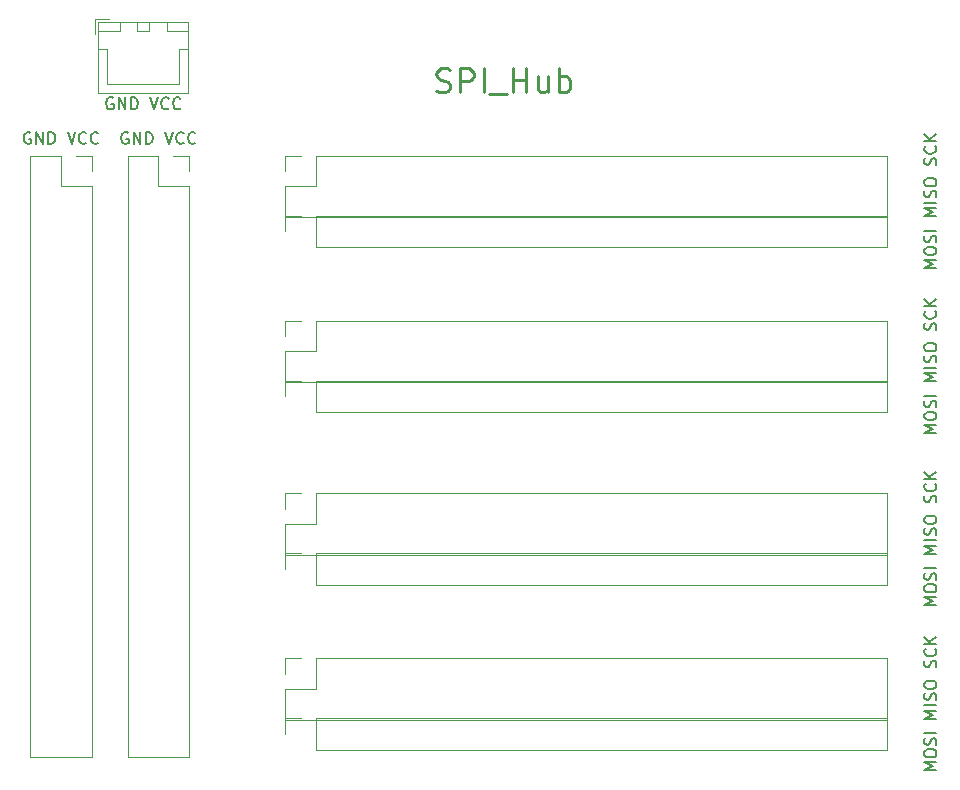
<source format=gbr>
G04 #@! TF.GenerationSoftware,KiCad,Pcbnew,(5.1.2)-2*
G04 #@! TF.CreationDate,2019-07-21T11:30:30+08:00*
G04 #@! TF.ProjectId,SPI,5350492e-6b69-4636-9164-5f7063625858,rev?*
G04 #@! TF.SameCoordinates,Original*
G04 #@! TF.FileFunction,Legend,Top*
G04 #@! TF.FilePolarity,Positive*
%FSLAX46Y46*%
G04 Gerber Fmt 4.6, Leading zero omitted, Abs format (unit mm)*
G04 Created by KiCad (PCBNEW (5.1.2)-2) date 2019-07-21 11:30:30*
%MOMM*%
%LPD*%
G04 APERTURE LIST*
%ADD10C,0.250000*%
%ADD11C,0.120000*%
%ADD12C,0.150000*%
G04 APERTURE END LIST*
D10*
X148638333Y-82089523D02*
X148924047Y-82184761D01*
X149400238Y-82184761D01*
X149590714Y-82089523D01*
X149685952Y-81994285D01*
X149781190Y-81803809D01*
X149781190Y-81613333D01*
X149685952Y-81422857D01*
X149590714Y-81327619D01*
X149400238Y-81232380D01*
X149019285Y-81137142D01*
X148828809Y-81041904D01*
X148733571Y-80946666D01*
X148638333Y-80756190D01*
X148638333Y-80565714D01*
X148733571Y-80375238D01*
X148828809Y-80280000D01*
X149019285Y-80184761D01*
X149495476Y-80184761D01*
X149781190Y-80280000D01*
X150638333Y-82184761D02*
X150638333Y-80184761D01*
X151400238Y-80184761D01*
X151590714Y-80280000D01*
X151685952Y-80375238D01*
X151781190Y-80565714D01*
X151781190Y-80851428D01*
X151685952Y-81041904D01*
X151590714Y-81137142D01*
X151400238Y-81232380D01*
X150638333Y-81232380D01*
X152638333Y-82184761D02*
X152638333Y-80184761D01*
X153114523Y-82375238D02*
X154638333Y-82375238D01*
X155114523Y-82184761D02*
X155114523Y-80184761D01*
X155114523Y-81137142D02*
X156257380Y-81137142D01*
X156257380Y-82184761D02*
X156257380Y-80184761D01*
X158066904Y-80851428D02*
X158066904Y-82184761D01*
X157209761Y-80851428D02*
X157209761Y-81899047D01*
X157305000Y-82089523D01*
X157495476Y-82184761D01*
X157781190Y-82184761D01*
X157971666Y-82089523D01*
X158066904Y-81994285D01*
X159019285Y-82184761D02*
X159019285Y-80184761D01*
X159019285Y-80946666D02*
X159209761Y-80851428D01*
X159590714Y-80851428D01*
X159781190Y-80946666D01*
X159876428Y-81041904D01*
X159971666Y-81232380D01*
X159971666Y-81803809D01*
X159876428Y-81994285D01*
X159781190Y-82089523D01*
X159590714Y-82184761D01*
X159209761Y-82184761D01*
X159019285Y-82089523D01*
D11*
X138430000Y-95310000D02*
X138430000Y-92650000D01*
X138430000Y-95310000D02*
X186750000Y-95310000D01*
X186750000Y-95310000D02*
X186750000Y-92650000D01*
X138430000Y-92650000D02*
X186750000Y-92650000D01*
X135830000Y-92650000D02*
X137160000Y-92650000D01*
X135830000Y-93980000D02*
X135830000Y-92650000D01*
X135830000Y-88900000D02*
X135830000Y-87570000D01*
X135830000Y-87570000D02*
X137160000Y-87570000D01*
X135830000Y-90170000D02*
X138430000Y-90170000D01*
X138430000Y-90170000D02*
X138430000Y-87570000D01*
X138430000Y-87570000D02*
X186750000Y-87570000D01*
X186750000Y-92770000D02*
X186750000Y-87570000D01*
X135830000Y-92770000D02*
X186750000Y-92770000D01*
X135830000Y-92770000D02*
X135830000Y-90170000D01*
X138430000Y-109280000D02*
X138430000Y-106620000D01*
X138430000Y-109280000D02*
X186750000Y-109280000D01*
X186750000Y-109280000D02*
X186750000Y-106620000D01*
X138430000Y-106620000D02*
X186750000Y-106620000D01*
X135830000Y-106620000D02*
X137160000Y-106620000D01*
X135830000Y-107950000D02*
X135830000Y-106620000D01*
X135830000Y-102870000D02*
X135830000Y-101540000D01*
X135830000Y-101540000D02*
X137160000Y-101540000D01*
X135830000Y-104140000D02*
X138430000Y-104140000D01*
X138430000Y-104140000D02*
X138430000Y-101540000D01*
X138430000Y-101540000D02*
X186750000Y-101540000D01*
X186750000Y-106740000D02*
X186750000Y-101540000D01*
X135830000Y-106740000D02*
X186750000Y-106740000D01*
X135830000Y-106740000D02*
X135830000Y-104140000D01*
X138430000Y-123885000D02*
X138430000Y-121225000D01*
X138430000Y-123885000D02*
X186750000Y-123885000D01*
X186750000Y-123885000D02*
X186750000Y-121225000D01*
X138430000Y-121225000D02*
X186750000Y-121225000D01*
X135830000Y-121225000D02*
X137160000Y-121225000D01*
X135830000Y-122555000D02*
X135830000Y-121225000D01*
X135830000Y-117475000D02*
X135830000Y-116145000D01*
X135830000Y-116145000D02*
X137160000Y-116145000D01*
X135830000Y-118745000D02*
X138430000Y-118745000D01*
X138430000Y-118745000D02*
X138430000Y-116145000D01*
X138430000Y-116145000D02*
X186750000Y-116145000D01*
X186750000Y-121345000D02*
X186750000Y-116145000D01*
X135830000Y-121345000D02*
X186750000Y-121345000D01*
X135830000Y-121345000D02*
X135830000Y-118745000D01*
X135830000Y-136525000D02*
X135830000Y-135195000D01*
X135830000Y-135195000D02*
X137160000Y-135195000D01*
X138430000Y-135195000D02*
X186750000Y-135195000D01*
X186750000Y-137855000D02*
X186750000Y-135195000D01*
X138430000Y-137855000D02*
X186750000Y-137855000D01*
X138430000Y-137855000D02*
X138430000Y-135195000D01*
X135830000Y-135315000D02*
X135830000Y-132715000D01*
X135830000Y-135315000D02*
X186750000Y-135315000D01*
X186750000Y-135315000D02*
X186750000Y-130115000D01*
X138430000Y-130115000D02*
X186750000Y-130115000D01*
X138430000Y-132715000D02*
X138430000Y-130115000D01*
X135830000Y-132715000D02*
X138430000Y-132715000D01*
X135830000Y-130115000D02*
X137160000Y-130115000D01*
X135830000Y-131445000D02*
X135830000Y-130115000D01*
X119705000Y-75990000D02*
X119705000Y-77240000D01*
X120955000Y-75990000D02*
X119705000Y-75990000D01*
X126855000Y-81490000D02*
X123805000Y-81490000D01*
X126855000Y-78540000D02*
X126855000Y-81490000D01*
X127605000Y-78540000D02*
X126855000Y-78540000D01*
X120755000Y-81490000D02*
X123805000Y-81490000D01*
X120755000Y-78540000D02*
X120755000Y-81490000D01*
X120005000Y-78540000D02*
X120755000Y-78540000D01*
X127605000Y-76290000D02*
X125805000Y-76290000D01*
X127605000Y-77040000D02*
X127605000Y-76290000D01*
X125805000Y-77040000D02*
X127605000Y-77040000D01*
X125805000Y-76290000D02*
X125805000Y-77040000D01*
X121805000Y-76290000D02*
X120005000Y-76290000D01*
X121805000Y-77040000D02*
X121805000Y-76290000D01*
X120005000Y-77040000D02*
X121805000Y-77040000D01*
X120005000Y-76290000D02*
X120005000Y-77040000D01*
X124305000Y-76290000D02*
X123305000Y-76290000D01*
X124305000Y-77040000D02*
X124305000Y-76290000D01*
X123305000Y-77040000D02*
X124305000Y-77040000D01*
X123305000Y-76290000D02*
X123305000Y-77040000D01*
X127615000Y-76280000D02*
X119995000Y-76280000D01*
X127615000Y-82250000D02*
X127615000Y-76280000D01*
X119995000Y-82250000D02*
X127615000Y-82250000D01*
X119995000Y-76280000D02*
X119995000Y-82250000D01*
X122495000Y-87570000D02*
X125095000Y-87570000D01*
X122495000Y-87570000D02*
X122495000Y-138490000D01*
X122495000Y-138490000D02*
X127695000Y-138490000D01*
X127695000Y-90170000D02*
X127695000Y-138490000D01*
X125095000Y-90170000D02*
X127695000Y-90170000D01*
X125095000Y-87570000D02*
X125095000Y-90170000D01*
X127695000Y-87570000D02*
X127695000Y-88900000D01*
X126365000Y-87570000D02*
X127695000Y-87570000D01*
X118110000Y-87570000D02*
X119440000Y-87570000D01*
X119440000Y-87570000D02*
X119440000Y-88900000D01*
X116840000Y-87570000D02*
X116840000Y-90170000D01*
X116840000Y-90170000D02*
X119440000Y-90170000D01*
X119440000Y-90170000D02*
X119440000Y-138490000D01*
X114240000Y-138490000D02*
X119440000Y-138490000D01*
X114240000Y-87570000D02*
X114240000Y-138490000D01*
X114240000Y-87570000D02*
X116840000Y-87570000D01*
D12*
X190952380Y-97059047D02*
X189952380Y-97059047D01*
X190666666Y-96725714D01*
X189952380Y-96392380D01*
X190952380Y-96392380D01*
X189952380Y-95725714D02*
X189952380Y-95535238D01*
X190000000Y-95440000D01*
X190095238Y-95344761D01*
X190285714Y-95297142D01*
X190619047Y-95297142D01*
X190809523Y-95344761D01*
X190904761Y-95440000D01*
X190952380Y-95535238D01*
X190952380Y-95725714D01*
X190904761Y-95820952D01*
X190809523Y-95916190D01*
X190619047Y-95963809D01*
X190285714Y-95963809D01*
X190095238Y-95916190D01*
X190000000Y-95820952D01*
X189952380Y-95725714D01*
X190904761Y-94916190D02*
X190952380Y-94773333D01*
X190952380Y-94535238D01*
X190904761Y-94440000D01*
X190857142Y-94392380D01*
X190761904Y-94344761D01*
X190666666Y-94344761D01*
X190571428Y-94392380D01*
X190523809Y-94440000D01*
X190476190Y-94535238D01*
X190428571Y-94725714D01*
X190380952Y-94820952D01*
X190333333Y-94868571D01*
X190238095Y-94916190D01*
X190142857Y-94916190D01*
X190047619Y-94868571D01*
X190000000Y-94820952D01*
X189952380Y-94725714D01*
X189952380Y-94487619D01*
X190000000Y-94344761D01*
X190952380Y-93916190D02*
X189952380Y-93916190D01*
X190952380Y-92678095D02*
X189952380Y-92678095D01*
X190666666Y-92344761D01*
X189952380Y-92011428D01*
X190952380Y-92011428D01*
X190952380Y-91535238D02*
X189952380Y-91535238D01*
X190904761Y-91106666D02*
X190952380Y-90963809D01*
X190952380Y-90725714D01*
X190904761Y-90630476D01*
X190857142Y-90582857D01*
X190761904Y-90535238D01*
X190666666Y-90535238D01*
X190571428Y-90582857D01*
X190523809Y-90630476D01*
X190476190Y-90725714D01*
X190428571Y-90916190D01*
X190380952Y-91011428D01*
X190333333Y-91059047D01*
X190238095Y-91106666D01*
X190142857Y-91106666D01*
X190047619Y-91059047D01*
X190000000Y-91011428D01*
X189952380Y-90916190D01*
X189952380Y-90678095D01*
X190000000Y-90535238D01*
X189952380Y-89916190D02*
X189952380Y-89725714D01*
X190000000Y-89630476D01*
X190095238Y-89535238D01*
X190285714Y-89487619D01*
X190619047Y-89487619D01*
X190809523Y-89535238D01*
X190904761Y-89630476D01*
X190952380Y-89725714D01*
X190952380Y-89916190D01*
X190904761Y-90011428D01*
X190809523Y-90106666D01*
X190619047Y-90154285D01*
X190285714Y-90154285D01*
X190095238Y-90106666D01*
X190000000Y-90011428D01*
X189952380Y-89916190D01*
X190904761Y-88344761D02*
X190952380Y-88201904D01*
X190952380Y-87963809D01*
X190904761Y-87868571D01*
X190857142Y-87820952D01*
X190761904Y-87773333D01*
X190666666Y-87773333D01*
X190571428Y-87820952D01*
X190523809Y-87868571D01*
X190476190Y-87963809D01*
X190428571Y-88154285D01*
X190380952Y-88249523D01*
X190333333Y-88297142D01*
X190238095Y-88344761D01*
X190142857Y-88344761D01*
X190047619Y-88297142D01*
X190000000Y-88249523D01*
X189952380Y-88154285D01*
X189952380Y-87916190D01*
X190000000Y-87773333D01*
X190857142Y-86773333D02*
X190904761Y-86820952D01*
X190952380Y-86963809D01*
X190952380Y-87059047D01*
X190904761Y-87201904D01*
X190809523Y-87297142D01*
X190714285Y-87344761D01*
X190523809Y-87392380D01*
X190380952Y-87392380D01*
X190190476Y-87344761D01*
X190095238Y-87297142D01*
X190000000Y-87201904D01*
X189952380Y-87059047D01*
X189952380Y-86963809D01*
X190000000Y-86820952D01*
X190047619Y-86773333D01*
X190952380Y-86344761D02*
X189952380Y-86344761D01*
X190952380Y-85773333D02*
X190380952Y-86201904D01*
X189952380Y-85773333D02*
X190523809Y-86344761D01*
X190952380Y-111029047D02*
X189952380Y-111029047D01*
X190666666Y-110695714D01*
X189952380Y-110362380D01*
X190952380Y-110362380D01*
X189952380Y-109695714D02*
X189952380Y-109505238D01*
X190000000Y-109410000D01*
X190095238Y-109314761D01*
X190285714Y-109267142D01*
X190619047Y-109267142D01*
X190809523Y-109314761D01*
X190904761Y-109410000D01*
X190952380Y-109505238D01*
X190952380Y-109695714D01*
X190904761Y-109790952D01*
X190809523Y-109886190D01*
X190619047Y-109933809D01*
X190285714Y-109933809D01*
X190095238Y-109886190D01*
X190000000Y-109790952D01*
X189952380Y-109695714D01*
X190904761Y-108886190D02*
X190952380Y-108743333D01*
X190952380Y-108505238D01*
X190904761Y-108410000D01*
X190857142Y-108362380D01*
X190761904Y-108314761D01*
X190666666Y-108314761D01*
X190571428Y-108362380D01*
X190523809Y-108410000D01*
X190476190Y-108505238D01*
X190428571Y-108695714D01*
X190380952Y-108790952D01*
X190333333Y-108838571D01*
X190238095Y-108886190D01*
X190142857Y-108886190D01*
X190047619Y-108838571D01*
X190000000Y-108790952D01*
X189952380Y-108695714D01*
X189952380Y-108457619D01*
X190000000Y-108314761D01*
X190952380Y-107886190D02*
X189952380Y-107886190D01*
X190952380Y-106648095D02*
X189952380Y-106648095D01*
X190666666Y-106314761D01*
X189952380Y-105981428D01*
X190952380Y-105981428D01*
X190952380Y-105505238D02*
X189952380Y-105505238D01*
X190904761Y-105076666D02*
X190952380Y-104933809D01*
X190952380Y-104695714D01*
X190904761Y-104600476D01*
X190857142Y-104552857D01*
X190761904Y-104505238D01*
X190666666Y-104505238D01*
X190571428Y-104552857D01*
X190523809Y-104600476D01*
X190476190Y-104695714D01*
X190428571Y-104886190D01*
X190380952Y-104981428D01*
X190333333Y-105029047D01*
X190238095Y-105076666D01*
X190142857Y-105076666D01*
X190047619Y-105029047D01*
X190000000Y-104981428D01*
X189952380Y-104886190D01*
X189952380Y-104648095D01*
X190000000Y-104505238D01*
X189952380Y-103886190D02*
X189952380Y-103695714D01*
X190000000Y-103600476D01*
X190095238Y-103505238D01*
X190285714Y-103457619D01*
X190619047Y-103457619D01*
X190809523Y-103505238D01*
X190904761Y-103600476D01*
X190952380Y-103695714D01*
X190952380Y-103886190D01*
X190904761Y-103981428D01*
X190809523Y-104076666D01*
X190619047Y-104124285D01*
X190285714Y-104124285D01*
X190095238Y-104076666D01*
X190000000Y-103981428D01*
X189952380Y-103886190D01*
X190904761Y-102314761D02*
X190952380Y-102171904D01*
X190952380Y-101933809D01*
X190904761Y-101838571D01*
X190857142Y-101790952D01*
X190761904Y-101743333D01*
X190666666Y-101743333D01*
X190571428Y-101790952D01*
X190523809Y-101838571D01*
X190476190Y-101933809D01*
X190428571Y-102124285D01*
X190380952Y-102219523D01*
X190333333Y-102267142D01*
X190238095Y-102314761D01*
X190142857Y-102314761D01*
X190047619Y-102267142D01*
X190000000Y-102219523D01*
X189952380Y-102124285D01*
X189952380Y-101886190D01*
X190000000Y-101743333D01*
X190857142Y-100743333D02*
X190904761Y-100790952D01*
X190952380Y-100933809D01*
X190952380Y-101029047D01*
X190904761Y-101171904D01*
X190809523Y-101267142D01*
X190714285Y-101314761D01*
X190523809Y-101362380D01*
X190380952Y-101362380D01*
X190190476Y-101314761D01*
X190095238Y-101267142D01*
X190000000Y-101171904D01*
X189952380Y-101029047D01*
X189952380Y-100933809D01*
X190000000Y-100790952D01*
X190047619Y-100743333D01*
X190952380Y-100314761D02*
X189952380Y-100314761D01*
X190952380Y-99743333D02*
X190380952Y-100171904D01*
X189952380Y-99743333D02*
X190523809Y-100314761D01*
X190952380Y-125634047D02*
X189952380Y-125634047D01*
X190666666Y-125300714D01*
X189952380Y-124967380D01*
X190952380Y-124967380D01*
X189952380Y-124300714D02*
X189952380Y-124110238D01*
X190000000Y-124015000D01*
X190095238Y-123919761D01*
X190285714Y-123872142D01*
X190619047Y-123872142D01*
X190809523Y-123919761D01*
X190904761Y-124015000D01*
X190952380Y-124110238D01*
X190952380Y-124300714D01*
X190904761Y-124395952D01*
X190809523Y-124491190D01*
X190619047Y-124538809D01*
X190285714Y-124538809D01*
X190095238Y-124491190D01*
X190000000Y-124395952D01*
X189952380Y-124300714D01*
X190904761Y-123491190D02*
X190952380Y-123348333D01*
X190952380Y-123110238D01*
X190904761Y-123015000D01*
X190857142Y-122967380D01*
X190761904Y-122919761D01*
X190666666Y-122919761D01*
X190571428Y-122967380D01*
X190523809Y-123015000D01*
X190476190Y-123110238D01*
X190428571Y-123300714D01*
X190380952Y-123395952D01*
X190333333Y-123443571D01*
X190238095Y-123491190D01*
X190142857Y-123491190D01*
X190047619Y-123443571D01*
X190000000Y-123395952D01*
X189952380Y-123300714D01*
X189952380Y-123062619D01*
X190000000Y-122919761D01*
X190952380Y-122491190D02*
X189952380Y-122491190D01*
X190952380Y-121253095D02*
X189952380Y-121253095D01*
X190666666Y-120919761D01*
X189952380Y-120586428D01*
X190952380Y-120586428D01*
X190952380Y-120110238D02*
X189952380Y-120110238D01*
X190904761Y-119681666D02*
X190952380Y-119538809D01*
X190952380Y-119300714D01*
X190904761Y-119205476D01*
X190857142Y-119157857D01*
X190761904Y-119110238D01*
X190666666Y-119110238D01*
X190571428Y-119157857D01*
X190523809Y-119205476D01*
X190476190Y-119300714D01*
X190428571Y-119491190D01*
X190380952Y-119586428D01*
X190333333Y-119634047D01*
X190238095Y-119681666D01*
X190142857Y-119681666D01*
X190047619Y-119634047D01*
X190000000Y-119586428D01*
X189952380Y-119491190D01*
X189952380Y-119253095D01*
X190000000Y-119110238D01*
X189952380Y-118491190D02*
X189952380Y-118300714D01*
X190000000Y-118205476D01*
X190095238Y-118110238D01*
X190285714Y-118062619D01*
X190619047Y-118062619D01*
X190809523Y-118110238D01*
X190904761Y-118205476D01*
X190952380Y-118300714D01*
X190952380Y-118491190D01*
X190904761Y-118586428D01*
X190809523Y-118681666D01*
X190619047Y-118729285D01*
X190285714Y-118729285D01*
X190095238Y-118681666D01*
X190000000Y-118586428D01*
X189952380Y-118491190D01*
X190904761Y-116919761D02*
X190952380Y-116776904D01*
X190952380Y-116538809D01*
X190904761Y-116443571D01*
X190857142Y-116395952D01*
X190761904Y-116348333D01*
X190666666Y-116348333D01*
X190571428Y-116395952D01*
X190523809Y-116443571D01*
X190476190Y-116538809D01*
X190428571Y-116729285D01*
X190380952Y-116824523D01*
X190333333Y-116872142D01*
X190238095Y-116919761D01*
X190142857Y-116919761D01*
X190047619Y-116872142D01*
X190000000Y-116824523D01*
X189952380Y-116729285D01*
X189952380Y-116491190D01*
X190000000Y-116348333D01*
X190857142Y-115348333D02*
X190904761Y-115395952D01*
X190952380Y-115538809D01*
X190952380Y-115634047D01*
X190904761Y-115776904D01*
X190809523Y-115872142D01*
X190714285Y-115919761D01*
X190523809Y-115967380D01*
X190380952Y-115967380D01*
X190190476Y-115919761D01*
X190095238Y-115872142D01*
X190000000Y-115776904D01*
X189952380Y-115634047D01*
X189952380Y-115538809D01*
X190000000Y-115395952D01*
X190047619Y-115348333D01*
X190952380Y-114919761D02*
X189952380Y-114919761D01*
X190952380Y-114348333D02*
X190380952Y-114776904D01*
X189952380Y-114348333D02*
X190523809Y-114919761D01*
X190952380Y-139604047D02*
X189952380Y-139604047D01*
X190666666Y-139270714D01*
X189952380Y-138937380D01*
X190952380Y-138937380D01*
X189952380Y-138270714D02*
X189952380Y-138080238D01*
X190000000Y-137985000D01*
X190095238Y-137889761D01*
X190285714Y-137842142D01*
X190619047Y-137842142D01*
X190809523Y-137889761D01*
X190904761Y-137985000D01*
X190952380Y-138080238D01*
X190952380Y-138270714D01*
X190904761Y-138365952D01*
X190809523Y-138461190D01*
X190619047Y-138508809D01*
X190285714Y-138508809D01*
X190095238Y-138461190D01*
X190000000Y-138365952D01*
X189952380Y-138270714D01*
X190904761Y-137461190D02*
X190952380Y-137318333D01*
X190952380Y-137080238D01*
X190904761Y-136985000D01*
X190857142Y-136937380D01*
X190761904Y-136889761D01*
X190666666Y-136889761D01*
X190571428Y-136937380D01*
X190523809Y-136985000D01*
X190476190Y-137080238D01*
X190428571Y-137270714D01*
X190380952Y-137365952D01*
X190333333Y-137413571D01*
X190238095Y-137461190D01*
X190142857Y-137461190D01*
X190047619Y-137413571D01*
X190000000Y-137365952D01*
X189952380Y-137270714D01*
X189952380Y-137032619D01*
X190000000Y-136889761D01*
X190952380Y-136461190D02*
X189952380Y-136461190D01*
X190952380Y-135223095D02*
X189952380Y-135223095D01*
X190666666Y-134889761D01*
X189952380Y-134556428D01*
X190952380Y-134556428D01*
X190952380Y-134080238D02*
X189952380Y-134080238D01*
X190904761Y-133651666D02*
X190952380Y-133508809D01*
X190952380Y-133270714D01*
X190904761Y-133175476D01*
X190857142Y-133127857D01*
X190761904Y-133080238D01*
X190666666Y-133080238D01*
X190571428Y-133127857D01*
X190523809Y-133175476D01*
X190476190Y-133270714D01*
X190428571Y-133461190D01*
X190380952Y-133556428D01*
X190333333Y-133604047D01*
X190238095Y-133651666D01*
X190142857Y-133651666D01*
X190047619Y-133604047D01*
X190000000Y-133556428D01*
X189952380Y-133461190D01*
X189952380Y-133223095D01*
X190000000Y-133080238D01*
X189952380Y-132461190D02*
X189952380Y-132270714D01*
X190000000Y-132175476D01*
X190095238Y-132080238D01*
X190285714Y-132032619D01*
X190619047Y-132032619D01*
X190809523Y-132080238D01*
X190904761Y-132175476D01*
X190952380Y-132270714D01*
X190952380Y-132461190D01*
X190904761Y-132556428D01*
X190809523Y-132651666D01*
X190619047Y-132699285D01*
X190285714Y-132699285D01*
X190095238Y-132651666D01*
X190000000Y-132556428D01*
X189952380Y-132461190D01*
X190904761Y-130889761D02*
X190952380Y-130746904D01*
X190952380Y-130508809D01*
X190904761Y-130413571D01*
X190857142Y-130365952D01*
X190761904Y-130318333D01*
X190666666Y-130318333D01*
X190571428Y-130365952D01*
X190523809Y-130413571D01*
X190476190Y-130508809D01*
X190428571Y-130699285D01*
X190380952Y-130794523D01*
X190333333Y-130842142D01*
X190238095Y-130889761D01*
X190142857Y-130889761D01*
X190047619Y-130842142D01*
X190000000Y-130794523D01*
X189952380Y-130699285D01*
X189952380Y-130461190D01*
X190000000Y-130318333D01*
X190857142Y-129318333D02*
X190904761Y-129365952D01*
X190952380Y-129508809D01*
X190952380Y-129604047D01*
X190904761Y-129746904D01*
X190809523Y-129842142D01*
X190714285Y-129889761D01*
X190523809Y-129937380D01*
X190380952Y-129937380D01*
X190190476Y-129889761D01*
X190095238Y-129842142D01*
X190000000Y-129746904D01*
X189952380Y-129604047D01*
X189952380Y-129508809D01*
X190000000Y-129365952D01*
X190047619Y-129318333D01*
X190952380Y-128889761D02*
X189952380Y-128889761D01*
X190952380Y-128318333D02*
X190380952Y-128746904D01*
X189952380Y-128318333D02*
X190523809Y-128889761D01*
X121253571Y-82685000D02*
X121158333Y-82637380D01*
X121015476Y-82637380D01*
X120872619Y-82685000D01*
X120777380Y-82780238D01*
X120729761Y-82875476D01*
X120682142Y-83065952D01*
X120682142Y-83208809D01*
X120729761Y-83399285D01*
X120777380Y-83494523D01*
X120872619Y-83589761D01*
X121015476Y-83637380D01*
X121110714Y-83637380D01*
X121253571Y-83589761D01*
X121301190Y-83542142D01*
X121301190Y-83208809D01*
X121110714Y-83208809D01*
X121729761Y-83637380D02*
X121729761Y-82637380D01*
X122301190Y-83637380D01*
X122301190Y-82637380D01*
X122777380Y-83637380D02*
X122777380Y-82637380D01*
X123015476Y-82637380D01*
X123158333Y-82685000D01*
X123253571Y-82780238D01*
X123301190Y-82875476D01*
X123348809Y-83065952D01*
X123348809Y-83208809D01*
X123301190Y-83399285D01*
X123253571Y-83494523D01*
X123158333Y-83589761D01*
X123015476Y-83637380D01*
X122777380Y-83637380D01*
X124396428Y-82637380D02*
X124729761Y-83637380D01*
X125063095Y-82637380D01*
X125967857Y-83542142D02*
X125920238Y-83589761D01*
X125777380Y-83637380D01*
X125682142Y-83637380D01*
X125539285Y-83589761D01*
X125444047Y-83494523D01*
X125396428Y-83399285D01*
X125348809Y-83208809D01*
X125348809Y-83065952D01*
X125396428Y-82875476D01*
X125444047Y-82780238D01*
X125539285Y-82685000D01*
X125682142Y-82637380D01*
X125777380Y-82637380D01*
X125920238Y-82685000D01*
X125967857Y-82732619D01*
X126967857Y-83542142D02*
X126920238Y-83589761D01*
X126777380Y-83637380D01*
X126682142Y-83637380D01*
X126539285Y-83589761D01*
X126444047Y-83494523D01*
X126396428Y-83399285D01*
X126348809Y-83208809D01*
X126348809Y-83065952D01*
X126396428Y-82875476D01*
X126444047Y-82780238D01*
X126539285Y-82685000D01*
X126682142Y-82637380D01*
X126777380Y-82637380D01*
X126920238Y-82685000D01*
X126967857Y-82732619D01*
X122523571Y-85630000D02*
X122428333Y-85582380D01*
X122285476Y-85582380D01*
X122142619Y-85630000D01*
X122047380Y-85725238D01*
X121999761Y-85820476D01*
X121952142Y-86010952D01*
X121952142Y-86153809D01*
X121999761Y-86344285D01*
X122047380Y-86439523D01*
X122142619Y-86534761D01*
X122285476Y-86582380D01*
X122380714Y-86582380D01*
X122523571Y-86534761D01*
X122571190Y-86487142D01*
X122571190Y-86153809D01*
X122380714Y-86153809D01*
X122999761Y-86582380D02*
X122999761Y-85582380D01*
X123571190Y-86582380D01*
X123571190Y-85582380D01*
X124047380Y-86582380D02*
X124047380Y-85582380D01*
X124285476Y-85582380D01*
X124428333Y-85630000D01*
X124523571Y-85725238D01*
X124571190Y-85820476D01*
X124618809Y-86010952D01*
X124618809Y-86153809D01*
X124571190Y-86344285D01*
X124523571Y-86439523D01*
X124428333Y-86534761D01*
X124285476Y-86582380D01*
X124047380Y-86582380D01*
X125666428Y-85582380D02*
X125999761Y-86582380D01*
X126333095Y-85582380D01*
X127237857Y-86487142D02*
X127190238Y-86534761D01*
X127047380Y-86582380D01*
X126952142Y-86582380D01*
X126809285Y-86534761D01*
X126714047Y-86439523D01*
X126666428Y-86344285D01*
X126618809Y-86153809D01*
X126618809Y-86010952D01*
X126666428Y-85820476D01*
X126714047Y-85725238D01*
X126809285Y-85630000D01*
X126952142Y-85582380D01*
X127047380Y-85582380D01*
X127190238Y-85630000D01*
X127237857Y-85677619D01*
X128237857Y-86487142D02*
X128190238Y-86534761D01*
X128047380Y-86582380D01*
X127952142Y-86582380D01*
X127809285Y-86534761D01*
X127714047Y-86439523D01*
X127666428Y-86344285D01*
X127618809Y-86153809D01*
X127618809Y-86010952D01*
X127666428Y-85820476D01*
X127714047Y-85725238D01*
X127809285Y-85630000D01*
X127952142Y-85582380D01*
X128047380Y-85582380D01*
X128190238Y-85630000D01*
X128237857Y-85677619D01*
X114268571Y-85630000D02*
X114173333Y-85582380D01*
X114030476Y-85582380D01*
X113887619Y-85630000D01*
X113792380Y-85725238D01*
X113744761Y-85820476D01*
X113697142Y-86010952D01*
X113697142Y-86153809D01*
X113744761Y-86344285D01*
X113792380Y-86439523D01*
X113887619Y-86534761D01*
X114030476Y-86582380D01*
X114125714Y-86582380D01*
X114268571Y-86534761D01*
X114316190Y-86487142D01*
X114316190Y-86153809D01*
X114125714Y-86153809D01*
X114744761Y-86582380D02*
X114744761Y-85582380D01*
X115316190Y-86582380D01*
X115316190Y-85582380D01*
X115792380Y-86582380D02*
X115792380Y-85582380D01*
X116030476Y-85582380D01*
X116173333Y-85630000D01*
X116268571Y-85725238D01*
X116316190Y-85820476D01*
X116363809Y-86010952D01*
X116363809Y-86153809D01*
X116316190Y-86344285D01*
X116268571Y-86439523D01*
X116173333Y-86534761D01*
X116030476Y-86582380D01*
X115792380Y-86582380D01*
X117411428Y-85582380D02*
X117744761Y-86582380D01*
X118078095Y-85582380D01*
X118982857Y-86487142D02*
X118935238Y-86534761D01*
X118792380Y-86582380D01*
X118697142Y-86582380D01*
X118554285Y-86534761D01*
X118459047Y-86439523D01*
X118411428Y-86344285D01*
X118363809Y-86153809D01*
X118363809Y-86010952D01*
X118411428Y-85820476D01*
X118459047Y-85725238D01*
X118554285Y-85630000D01*
X118697142Y-85582380D01*
X118792380Y-85582380D01*
X118935238Y-85630000D01*
X118982857Y-85677619D01*
X119982857Y-86487142D02*
X119935238Y-86534761D01*
X119792380Y-86582380D01*
X119697142Y-86582380D01*
X119554285Y-86534761D01*
X119459047Y-86439523D01*
X119411428Y-86344285D01*
X119363809Y-86153809D01*
X119363809Y-86010952D01*
X119411428Y-85820476D01*
X119459047Y-85725238D01*
X119554285Y-85630000D01*
X119697142Y-85582380D01*
X119792380Y-85582380D01*
X119935238Y-85630000D01*
X119982857Y-85677619D01*
M02*

</source>
